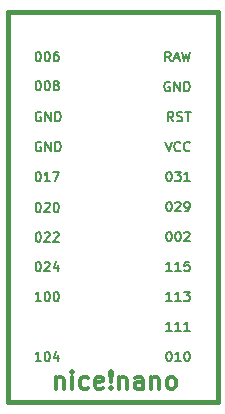
<source format=gbr>
%TF.GenerationSoftware,KiCad,Pcbnew,(5.1.10-1-10_14)*%
%TF.CreationDate,2021-09-29T22:28:47+08:00*%
%TF.ProjectId,k34,6b33342e-6b69-4636-9164-5f7063625858,rev?*%
%TF.SameCoordinates,Original*%
%TF.FileFunction,Legend,Top*%
%TF.FilePolarity,Positive*%
%FSLAX46Y46*%
G04 Gerber Fmt 4.6, Leading zero omitted, Abs format (unit mm)*
G04 Created by KiCad (PCBNEW (5.1.10-1-10_14)) date 2021-09-29 22:28:47*
%MOMM*%
%LPD*%
G01*
G04 APERTURE LIST*
%ADD10C,0.381000*%
%ADD11C,0.150000*%
%ADD12C,0.300000*%
G04 APERTURE END LIST*
D10*
%TO.C,U1*%
X130665149Y-57220000D02*
X130665149Y-59760000D01*
X148445149Y-57220000D02*
X130665149Y-57220000D01*
X148445149Y-59760000D02*
X148445149Y-57220000D01*
X148445149Y-90240000D02*
X148445149Y-59760000D01*
X130665149Y-90240000D02*
X148445149Y-90240000D01*
X130665149Y-59760000D02*
X130665149Y-90240000D01*
D11*
X133217959Y-60591904D02*
X133294149Y-60591904D01*
X133370339Y-60630000D01*
X133408435Y-60668095D01*
X133446530Y-60744285D01*
X133484625Y-60896666D01*
X133484625Y-61087142D01*
X133446530Y-61239523D01*
X133408435Y-61315714D01*
X133370339Y-61353809D01*
X133294149Y-61391904D01*
X133217959Y-61391904D01*
X133141768Y-61353809D01*
X133103673Y-61315714D01*
X133065578Y-61239523D01*
X133027482Y-61087142D01*
X133027482Y-60896666D01*
X133065578Y-60744285D01*
X133103673Y-60668095D01*
X133141768Y-60630000D01*
X133217959Y-60591904D01*
X133979863Y-60591904D02*
X134056054Y-60591904D01*
X134132244Y-60630000D01*
X134170339Y-60668095D01*
X134208435Y-60744285D01*
X134246530Y-60896666D01*
X134246530Y-61087142D01*
X134208435Y-61239523D01*
X134170339Y-61315714D01*
X134132244Y-61353809D01*
X134056054Y-61391904D01*
X133979863Y-61391904D01*
X133903673Y-61353809D01*
X133865578Y-61315714D01*
X133827482Y-61239523D01*
X133789387Y-61087142D01*
X133789387Y-60896666D01*
X133827482Y-60744285D01*
X133865578Y-60668095D01*
X133903673Y-60630000D01*
X133979863Y-60591904D01*
X134932244Y-60591904D02*
X134779863Y-60591904D01*
X134703673Y-60630000D01*
X134665578Y-60668095D01*
X134589387Y-60782380D01*
X134551292Y-60934761D01*
X134551292Y-61239523D01*
X134589387Y-61315714D01*
X134627482Y-61353809D01*
X134703673Y-61391904D01*
X134856054Y-61391904D01*
X134932244Y-61353809D01*
X134970339Y-61315714D01*
X135008435Y-61239523D01*
X135008435Y-61049047D01*
X134970339Y-60972857D01*
X134932244Y-60934761D01*
X134856054Y-60896666D01*
X134703673Y-60896666D01*
X134627482Y-60934761D01*
X134589387Y-60972857D01*
X134551292Y-61049047D01*
X133217959Y-63061904D02*
X133294149Y-63061904D01*
X133370339Y-63100000D01*
X133408435Y-63138095D01*
X133446530Y-63214285D01*
X133484625Y-63366666D01*
X133484625Y-63557142D01*
X133446530Y-63709523D01*
X133408435Y-63785714D01*
X133370339Y-63823809D01*
X133294149Y-63861904D01*
X133217959Y-63861904D01*
X133141768Y-63823809D01*
X133103673Y-63785714D01*
X133065578Y-63709523D01*
X133027482Y-63557142D01*
X133027482Y-63366666D01*
X133065578Y-63214285D01*
X133103673Y-63138095D01*
X133141768Y-63100000D01*
X133217959Y-63061904D01*
X133979863Y-63061904D02*
X134056054Y-63061904D01*
X134132244Y-63100000D01*
X134170339Y-63138095D01*
X134208435Y-63214285D01*
X134246530Y-63366666D01*
X134246530Y-63557142D01*
X134208435Y-63709523D01*
X134170339Y-63785714D01*
X134132244Y-63823809D01*
X134056054Y-63861904D01*
X133979863Y-63861904D01*
X133903673Y-63823809D01*
X133865578Y-63785714D01*
X133827482Y-63709523D01*
X133789387Y-63557142D01*
X133789387Y-63366666D01*
X133827482Y-63214285D01*
X133865578Y-63138095D01*
X133903673Y-63100000D01*
X133979863Y-63061904D01*
X134703673Y-63404761D02*
X134627482Y-63366666D01*
X134589387Y-63328571D01*
X134551292Y-63252380D01*
X134551292Y-63214285D01*
X134589387Y-63138095D01*
X134627482Y-63100000D01*
X134703673Y-63061904D01*
X134856054Y-63061904D01*
X134932244Y-63100000D01*
X134970339Y-63138095D01*
X135008435Y-63214285D01*
X135008435Y-63252380D01*
X134970339Y-63328571D01*
X134932244Y-63366666D01*
X134856054Y-63404761D01*
X134703673Y-63404761D01*
X134627482Y-63442857D01*
X134589387Y-63480952D01*
X134551292Y-63557142D01*
X134551292Y-63709523D01*
X134589387Y-63785714D01*
X134627482Y-63823809D01*
X134703673Y-63861904D01*
X134856054Y-63861904D01*
X134932244Y-63823809D01*
X134970339Y-63785714D01*
X135008435Y-63709523D01*
X135008435Y-63557142D01*
X134970339Y-63480952D01*
X134932244Y-63442857D01*
X134856054Y-63404761D01*
X133217959Y-73361904D02*
X133294149Y-73361904D01*
X133370339Y-73400000D01*
X133408435Y-73438095D01*
X133446530Y-73514285D01*
X133484625Y-73666666D01*
X133484625Y-73857142D01*
X133446530Y-74009523D01*
X133408435Y-74085714D01*
X133370339Y-74123809D01*
X133294149Y-74161904D01*
X133217959Y-74161904D01*
X133141768Y-74123809D01*
X133103673Y-74085714D01*
X133065578Y-74009523D01*
X133027482Y-73857142D01*
X133027482Y-73666666D01*
X133065578Y-73514285D01*
X133103673Y-73438095D01*
X133141768Y-73400000D01*
X133217959Y-73361904D01*
X133789387Y-73438095D02*
X133827482Y-73400000D01*
X133903673Y-73361904D01*
X134094149Y-73361904D01*
X134170339Y-73400000D01*
X134208435Y-73438095D01*
X134246530Y-73514285D01*
X134246530Y-73590476D01*
X134208435Y-73704761D01*
X133751292Y-74161904D01*
X134246530Y-74161904D01*
X134741768Y-73361904D02*
X134817959Y-73361904D01*
X134894149Y-73400000D01*
X134932244Y-73438095D01*
X134970339Y-73514285D01*
X135008435Y-73666666D01*
X135008435Y-73857142D01*
X134970339Y-74009523D01*
X134932244Y-74085714D01*
X134894149Y-74123809D01*
X134817959Y-74161904D01*
X134741768Y-74161904D01*
X134665578Y-74123809D01*
X134627482Y-74085714D01*
X134589387Y-74009523D01*
X134551292Y-73857142D01*
X134551292Y-73666666D01*
X134589387Y-73514285D01*
X134627482Y-73438095D01*
X134665578Y-73400000D01*
X134741768Y-73361904D01*
X133217959Y-70761904D02*
X133294149Y-70761904D01*
X133370339Y-70800000D01*
X133408435Y-70838095D01*
X133446530Y-70914285D01*
X133484625Y-71066666D01*
X133484625Y-71257142D01*
X133446530Y-71409523D01*
X133408435Y-71485714D01*
X133370339Y-71523809D01*
X133294149Y-71561904D01*
X133217959Y-71561904D01*
X133141768Y-71523809D01*
X133103673Y-71485714D01*
X133065578Y-71409523D01*
X133027482Y-71257142D01*
X133027482Y-71066666D01*
X133065578Y-70914285D01*
X133103673Y-70838095D01*
X133141768Y-70800000D01*
X133217959Y-70761904D01*
X134246530Y-71561904D02*
X133789387Y-71561904D01*
X134017959Y-71561904D02*
X134017959Y-70761904D01*
X133941768Y-70876190D01*
X133865578Y-70952380D01*
X133789387Y-70990476D01*
X134513197Y-70761904D02*
X135046530Y-70761904D01*
X134703673Y-71561904D01*
X133484625Y-68250000D02*
X133408434Y-68211904D01*
X133294149Y-68211904D01*
X133179863Y-68250000D01*
X133103672Y-68326190D01*
X133065577Y-68402380D01*
X133027482Y-68554761D01*
X133027482Y-68669047D01*
X133065577Y-68821428D01*
X133103672Y-68897619D01*
X133179863Y-68973809D01*
X133294149Y-69011904D01*
X133370339Y-69011904D01*
X133484625Y-68973809D01*
X133522720Y-68935714D01*
X133522720Y-68669047D01*
X133370339Y-68669047D01*
X133865577Y-69011904D02*
X133865577Y-68211904D01*
X134322720Y-69011904D01*
X134322720Y-68211904D01*
X134703672Y-69011904D02*
X134703672Y-68211904D01*
X134894149Y-68211904D01*
X135008434Y-68250000D01*
X135084625Y-68326190D01*
X135122720Y-68402380D01*
X135160815Y-68554761D01*
X135160815Y-68669047D01*
X135122720Y-68821428D01*
X135084625Y-68897619D01*
X135008434Y-68973809D01*
X134894149Y-69011904D01*
X134703672Y-69011904D01*
X133484625Y-65710000D02*
X133408434Y-65671904D01*
X133294149Y-65671904D01*
X133179863Y-65710000D01*
X133103672Y-65786190D01*
X133065577Y-65862380D01*
X133027482Y-66014761D01*
X133027482Y-66129047D01*
X133065577Y-66281428D01*
X133103672Y-66357619D01*
X133179863Y-66433809D01*
X133294149Y-66471904D01*
X133370339Y-66471904D01*
X133484625Y-66433809D01*
X133522720Y-66395714D01*
X133522720Y-66129047D01*
X133370339Y-66129047D01*
X133865577Y-66471904D02*
X133865577Y-65671904D01*
X134322720Y-66471904D01*
X134322720Y-65671904D01*
X134703672Y-66471904D02*
X134703672Y-65671904D01*
X134894149Y-65671904D01*
X135008434Y-65710000D01*
X135084625Y-65786190D01*
X135122720Y-65862380D01*
X135160815Y-66014761D01*
X135160815Y-66129047D01*
X135122720Y-66281428D01*
X135084625Y-66357619D01*
X135008434Y-66433809D01*
X134894149Y-66471904D01*
X134703672Y-66471904D01*
X133217959Y-75861904D02*
X133294149Y-75861904D01*
X133370339Y-75900000D01*
X133408435Y-75938095D01*
X133446530Y-76014285D01*
X133484625Y-76166666D01*
X133484625Y-76357142D01*
X133446530Y-76509523D01*
X133408435Y-76585714D01*
X133370339Y-76623809D01*
X133294149Y-76661904D01*
X133217959Y-76661904D01*
X133141768Y-76623809D01*
X133103673Y-76585714D01*
X133065578Y-76509523D01*
X133027482Y-76357142D01*
X133027482Y-76166666D01*
X133065578Y-76014285D01*
X133103673Y-75938095D01*
X133141768Y-75900000D01*
X133217959Y-75861904D01*
X133789387Y-75938095D02*
X133827482Y-75900000D01*
X133903673Y-75861904D01*
X134094149Y-75861904D01*
X134170339Y-75900000D01*
X134208435Y-75938095D01*
X134246530Y-76014285D01*
X134246530Y-76090476D01*
X134208435Y-76204761D01*
X133751292Y-76661904D01*
X134246530Y-76661904D01*
X134551292Y-75938095D02*
X134589387Y-75900000D01*
X134665578Y-75861904D01*
X134856054Y-75861904D01*
X134932244Y-75900000D01*
X134970339Y-75938095D01*
X135008435Y-76014285D01*
X135008435Y-76090476D01*
X134970339Y-76204761D01*
X134513197Y-76661904D01*
X135008435Y-76661904D01*
X133217959Y-78371904D02*
X133294149Y-78371904D01*
X133370339Y-78410000D01*
X133408435Y-78448095D01*
X133446530Y-78524285D01*
X133484625Y-78676666D01*
X133484625Y-78867142D01*
X133446530Y-79019523D01*
X133408435Y-79095714D01*
X133370339Y-79133809D01*
X133294149Y-79171904D01*
X133217959Y-79171904D01*
X133141768Y-79133809D01*
X133103673Y-79095714D01*
X133065578Y-79019523D01*
X133027482Y-78867142D01*
X133027482Y-78676666D01*
X133065578Y-78524285D01*
X133103673Y-78448095D01*
X133141768Y-78410000D01*
X133217959Y-78371904D01*
X133789387Y-78448095D02*
X133827482Y-78410000D01*
X133903673Y-78371904D01*
X134094149Y-78371904D01*
X134170339Y-78410000D01*
X134208435Y-78448095D01*
X134246530Y-78524285D01*
X134246530Y-78600476D01*
X134208435Y-78714761D01*
X133751292Y-79171904D01*
X134246530Y-79171904D01*
X134932244Y-78638571D02*
X134932244Y-79171904D01*
X134741768Y-78333809D02*
X134551292Y-78905238D01*
X135046530Y-78905238D01*
X133484625Y-81711904D02*
X133027482Y-81711904D01*
X133256054Y-81711904D02*
X133256054Y-80911904D01*
X133179863Y-81026190D01*
X133103673Y-81102380D01*
X133027482Y-81140476D01*
X133979863Y-80911904D02*
X134056054Y-80911904D01*
X134132244Y-80950000D01*
X134170339Y-80988095D01*
X134208435Y-81064285D01*
X134246530Y-81216666D01*
X134246530Y-81407142D01*
X134208435Y-81559523D01*
X134170339Y-81635714D01*
X134132244Y-81673809D01*
X134056054Y-81711904D01*
X133979863Y-81711904D01*
X133903673Y-81673809D01*
X133865578Y-81635714D01*
X133827482Y-81559523D01*
X133789387Y-81407142D01*
X133789387Y-81216666D01*
X133827482Y-81064285D01*
X133865578Y-80988095D01*
X133903673Y-80950000D01*
X133979863Y-80911904D01*
X134741768Y-80911904D02*
X134817959Y-80911904D01*
X134894149Y-80950000D01*
X134932244Y-80988095D01*
X134970339Y-81064285D01*
X135008435Y-81216666D01*
X135008435Y-81407142D01*
X134970339Y-81559523D01*
X134932244Y-81635714D01*
X134894149Y-81673809D01*
X134817959Y-81711904D01*
X134741768Y-81711904D01*
X134665578Y-81673809D01*
X134627482Y-81635714D01*
X134589387Y-81559523D01*
X134551292Y-81407142D01*
X134551292Y-81216666D01*
X134589387Y-81064285D01*
X134627482Y-80988095D01*
X134665578Y-80950000D01*
X134741768Y-80911904D01*
X133484625Y-86791904D02*
X133027482Y-86791904D01*
X133256054Y-86791904D02*
X133256054Y-85991904D01*
X133179863Y-86106190D01*
X133103673Y-86182380D01*
X133027482Y-86220476D01*
X133979863Y-85991904D02*
X134056054Y-85991904D01*
X134132244Y-86030000D01*
X134170339Y-86068095D01*
X134208435Y-86144285D01*
X134246530Y-86296666D01*
X134246530Y-86487142D01*
X134208435Y-86639523D01*
X134170339Y-86715714D01*
X134132244Y-86753809D01*
X134056054Y-86791904D01*
X133979863Y-86791904D01*
X133903673Y-86753809D01*
X133865578Y-86715714D01*
X133827482Y-86639523D01*
X133789387Y-86487142D01*
X133789387Y-86296666D01*
X133827482Y-86144285D01*
X133865578Y-86068095D01*
X133903673Y-86030000D01*
X133979863Y-85991904D01*
X134932244Y-86258571D02*
X134932244Y-86791904D01*
X134741768Y-85953809D02*
X134551292Y-86525238D01*
X135046530Y-86525238D01*
X144559006Y-84251904D02*
X144101863Y-84251904D01*
X144330435Y-84251904D02*
X144330435Y-83451904D01*
X144254244Y-83566190D01*
X144178054Y-83642380D01*
X144101863Y-83680476D01*
X145320911Y-84251904D02*
X144863768Y-84251904D01*
X145092340Y-84251904D02*
X145092340Y-83451904D01*
X145016149Y-83566190D01*
X144939959Y-83642380D01*
X144863768Y-83680476D01*
X146082816Y-84251904D02*
X145625673Y-84251904D01*
X145854244Y-84251904D02*
X145854244Y-83451904D01*
X145778054Y-83566190D01*
X145701863Y-83642380D01*
X145625673Y-83680476D01*
X144559006Y-81711904D02*
X144101863Y-81711904D01*
X144330435Y-81711904D02*
X144330435Y-80911904D01*
X144254244Y-81026190D01*
X144178054Y-81102380D01*
X144101863Y-81140476D01*
X145320911Y-81711904D02*
X144863768Y-81711904D01*
X145092340Y-81711904D02*
X145092340Y-80911904D01*
X145016149Y-81026190D01*
X144939959Y-81102380D01*
X144863768Y-81140476D01*
X145587578Y-80911904D02*
X146082816Y-80911904D01*
X145816149Y-81216666D01*
X145930435Y-81216666D01*
X146006625Y-81254761D01*
X146044720Y-81292857D01*
X146082816Y-81369047D01*
X146082816Y-81559523D01*
X146044720Y-81635714D01*
X146006625Y-81673809D01*
X145930435Y-81711904D01*
X145701863Y-81711904D01*
X145625673Y-81673809D01*
X145587578Y-81635714D01*
X144292340Y-70751904D02*
X144368530Y-70751904D01*
X144444720Y-70790000D01*
X144482816Y-70828095D01*
X144520911Y-70904285D01*
X144559006Y-71056666D01*
X144559006Y-71247142D01*
X144520911Y-71399523D01*
X144482816Y-71475714D01*
X144444720Y-71513809D01*
X144368530Y-71551904D01*
X144292340Y-71551904D01*
X144216149Y-71513809D01*
X144178054Y-71475714D01*
X144139959Y-71399523D01*
X144101863Y-71247142D01*
X144101863Y-71056666D01*
X144139959Y-70904285D01*
X144178054Y-70828095D01*
X144216149Y-70790000D01*
X144292340Y-70751904D01*
X144825673Y-70751904D02*
X145320911Y-70751904D01*
X145054244Y-71056666D01*
X145168530Y-71056666D01*
X145244720Y-71094761D01*
X145282816Y-71132857D01*
X145320911Y-71209047D01*
X145320911Y-71399523D01*
X145282816Y-71475714D01*
X145244720Y-71513809D01*
X145168530Y-71551904D01*
X144939959Y-71551904D01*
X144863768Y-71513809D01*
X144825673Y-71475714D01*
X146082816Y-71551904D02*
X145625673Y-71551904D01*
X145854244Y-71551904D02*
X145854244Y-70751904D01*
X145778054Y-70866190D01*
X145701863Y-70942380D01*
X145625673Y-70980476D01*
X144025673Y-68211904D02*
X144292340Y-69011904D01*
X144559006Y-68211904D01*
X145282816Y-68935714D02*
X145244720Y-68973809D01*
X145130435Y-69011904D01*
X145054244Y-69011904D01*
X144939959Y-68973809D01*
X144863768Y-68897619D01*
X144825673Y-68821428D01*
X144787578Y-68669047D01*
X144787578Y-68554761D01*
X144825673Y-68402380D01*
X144863768Y-68326190D01*
X144939959Y-68250000D01*
X145054244Y-68211904D01*
X145130435Y-68211904D01*
X145244720Y-68250000D01*
X145282816Y-68288095D01*
X146082816Y-68935714D02*
X146044720Y-68973809D01*
X145930435Y-69011904D01*
X145854244Y-69011904D01*
X145739959Y-68973809D01*
X145663768Y-68897619D01*
X145625673Y-68821428D01*
X145587578Y-68669047D01*
X145587578Y-68554761D01*
X145625673Y-68402380D01*
X145663768Y-68326190D01*
X145739959Y-68250000D01*
X145854244Y-68211904D01*
X145930435Y-68211904D01*
X146044720Y-68250000D01*
X146082816Y-68288095D01*
X144705053Y-66471904D02*
X144438387Y-66090952D01*
X144247910Y-66471904D02*
X144247910Y-65671904D01*
X144552672Y-65671904D01*
X144628863Y-65710000D01*
X144666958Y-65748095D01*
X144705053Y-65824285D01*
X144705053Y-65938571D01*
X144666958Y-66014761D01*
X144628863Y-66052857D01*
X144552672Y-66090952D01*
X144247910Y-66090952D01*
X145009815Y-66433809D02*
X145124101Y-66471904D01*
X145314577Y-66471904D01*
X145390768Y-66433809D01*
X145428863Y-66395714D01*
X145466958Y-66319523D01*
X145466958Y-66243333D01*
X145428863Y-66167142D01*
X145390768Y-66129047D01*
X145314577Y-66090952D01*
X145162196Y-66052857D01*
X145086006Y-66014761D01*
X145047910Y-65976666D01*
X145009815Y-65900476D01*
X145009815Y-65824285D01*
X145047910Y-65748095D01*
X145086006Y-65710000D01*
X145162196Y-65671904D01*
X145352672Y-65671904D01*
X145466958Y-65710000D01*
X145695529Y-65671904D02*
X146152672Y-65671904D01*
X145924101Y-66471904D02*
X145924101Y-65671904D01*
X144400292Y-63170000D02*
X144324101Y-63131904D01*
X144209816Y-63131904D01*
X144095530Y-63170000D01*
X144019339Y-63246190D01*
X143981244Y-63322380D01*
X143943149Y-63474761D01*
X143943149Y-63589047D01*
X143981244Y-63741428D01*
X144019339Y-63817619D01*
X144095530Y-63893809D01*
X144209816Y-63931904D01*
X144286006Y-63931904D01*
X144400292Y-63893809D01*
X144438387Y-63855714D01*
X144438387Y-63589047D01*
X144286006Y-63589047D01*
X144781244Y-63931904D02*
X144781244Y-63131904D01*
X145238387Y-63931904D01*
X145238387Y-63131904D01*
X145619339Y-63931904D02*
X145619339Y-63131904D01*
X145809816Y-63131904D01*
X145924101Y-63170000D01*
X146000292Y-63246190D01*
X146038387Y-63322380D01*
X146076482Y-63474761D01*
X146076482Y-63589047D01*
X146038387Y-63741428D01*
X146000292Y-63817619D01*
X145924101Y-63893809D01*
X145809816Y-63931904D01*
X145619339Y-63931904D01*
X144476483Y-61391904D02*
X144209816Y-61010952D01*
X144019340Y-61391904D02*
X144019340Y-60591904D01*
X144324102Y-60591904D01*
X144400292Y-60630000D01*
X144438387Y-60668095D01*
X144476483Y-60744285D01*
X144476483Y-60858571D01*
X144438387Y-60934761D01*
X144400292Y-60972857D01*
X144324102Y-61010952D01*
X144019340Y-61010952D01*
X144781244Y-61163333D02*
X145162197Y-61163333D01*
X144705054Y-61391904D02*
X144971721Y-60591904D01*
X145238387Y-61391904D01*
X145428864Y-60591904D02*
X145619340Y-61391904D01*
X145771721Y-60820476D01*
X145924102Y-61391904D01*
X146114578Y-60591904D01*
X144292340Y-73291904D02*
X144368530Y-73291904D01*
X144444720Y-73330000D01*
X144482816Y-73368095D01*
X144520911Y-73444285D01*
X144559006Y-73596666D01*
X144559006Y-73787142D01*
X144520911Y-73939523D01*
X144482816Y-74015714D01*
X144444720Y-74053809D01*
X144368530Y-74091904D01*
X144292340Y-74091904D01*
X144216149Y-74053809D01*
X144178054Y-74015714D01*
X144139959Y-73939523D01*
X144101863Y-73787142D01*
X144101863Y-73596666D01*
X144139959Y-73444285D01*
X144178054Y-73368095D01*
X144216149Y-73330000D01*
X144292340Y-73291904D01*
X144863768Y-73368095D02*
X144901863Y-73330000D01*
X144978054Y-73291904D01*
X145168530Y-73291904D01*
X145244720Y-73330000D01*
X145282816Y-73368095D01*
X145320911Y-73444285D01*
X145320911Y-73520476D01*
X145282816Y-73634761D01*
X144825673Y-74091904D01*
X145320911Y-74091904D01*
X145701863Y-74091904D02*
X145854244Y-74091904D01*
X145930435Y-74053809D01*
X145968530Y-74015714D01*
X146044720Y-73901428D01*
X146082816Y-73749047D01*
X146082816Y-73444285D01*
X146044720Y-73368095D01*
X146006625Y-73330000D01*
X145930435Y-73291904D01*
X145778054Y-73291904D01*
X145701863Y-73330000D01*
X145663768Y-73368095D01*
X145625673Y-73444285D01*
X145625673Y-73634761D01*
X145663768Y-73710952D01*
X145701863Y-73749047D01*
X145778054Y-73787142D01*
X145930435Y-73787142D01*
X146006625Y-73749047D01*
X146044720Y-73710952D01*
X146082816Y-73634761D01*
X144292340Y-75831904D02*
X144368530Y-75831904D01*
X144444720Y-75870000D01*
X144482816Y-75908095D01*
X144520911Y-75984285D01*
X144559006Y-76136666D01*
X144559006Y-76327142D01*
X144520911Y-76479523D01*
X144482816Y-76555714D01*
X144444720Y-76593809D01*
X144368530Y-76631904D01*
X144292340Y-76631904D01*
X144216149Y-76593809D01*
X144178054Y-76555714D01*
X144139959Y-76479523D01*
X144101863Y-76327142D01*
X144101863Y-76136666D01*
X144139959Y-75984285D01*
X144178054Y-75908095D01*
X144216149Y-75870000D01*
X144292340Y-75831904D01*
X145054244Y-75831904D02*
X145130435Y-75831904D01*
X145206625Y-75870000D01*
X145244720Y-75908095D01*
X145282816Y-75984285D01*
X145320911Y-76136666D01*
X145320911Y-76327142D01*
X145282816Y-76479523D01*
X145244720Y-76555714D01*
X145206625Y-76593809D01*
X145130435Y-76631904D01*
X145054244Y-76631904D01*
X144978054Y-76593809D01*
X144939959Y-76555714D01*
X144901863Y-76479523D01*
X144863768Y-76327142D01*
X144863768Y-76136666D01*
X144901863Y-75984285D01*
X144939959Y-75908095D01*
X144978054Y-75870000D01*
X145054244Y-75831904D01*
X145625673Y-75908095D02*
X145663768Y-75870000D01*
X145739959Y-75831904D01*
X145930435Y-75831904D01*
X146006625Y-75870000D01*
X146044720Y-75908095D01*
X146082816Y-75984285D01*
X146082816Y-76060476D01*
X146044720Y-76174761D01*
X145587578Y-76631904D01*
X146082816Y-76631904D01*
X144559006Y-79171904D02*
X144101863Y-79171904D01*
X144330435Y-79171904D02*
X144330435Y-78371904D01*
X144254244Y-78486190D01*
X144178054Y-78562380D01*
X144101863Y-78600476D01*
X145320911Y-79171904D02*
X144863768Y-79171904D01*
X145092340Y-79171904D02*
X145092340Y-78371904D01*
X145016149Y-78486190D01*
X144939959Y-78562380D01*
X144863768Y-78600476D01*
X146044720Y-78371904D02*
X145663768Y-78371904D01*
X145625673Y-78752857D01*
X145663768Y-78714761D01*
X145739959Y-78676666D01*
X145930435Y-78676666D01*
X146006625Y-78714761D01*
X146044720Y-78752857D01*
X146082816Y-78829047D01*
X146082816Y-79019523D01*
X146044720Y-79095714D01*
X146006625Y-79133809D01*
X145930435Y-79171904D01*
X145739959Y-79171904D01*
X145663768Y-79133809D01*
X145625673Y-79095714D01*
X144292340Y-85991904D02*
X144368530Y-85991904D01*
X144444720Y-86030000D01*
X144482816Y-86068095D01*
X144520911Y-86144285D01*
X144559006Y-86296666D01*
X144559006Y-86487142D01*
X144520911Y-86639523D01*
X144482816Y-86715714D01*
X144444720Y-86753809D01*
X144368530Y-86791904D01*
X144292340Y-86791904D01*
X144216149Y-86753809D01*
X144178054Y-86715714D01*
X144139959Y-86639523D01*
X144101863Y-86487142D01*
X144101863Y-86296666D01*
X144139959Y-86144285D01*
X144178054Y-86068095D01*
X144216149Y-86030000D01*
X144292340Y-85991904D01*
X145320911Y-86791904D02*
X144863768Y-86791904D01*
X145092340Y-86791904D02*
X145092340Y-85991904D01*
X145016149Y-86106190D01*
X144939959Y-86182380D01*
X144863768Y-86220476D01*
X145816149Y-85991904D02*
X145892340Y-85991904D01*
X145968530Y-86030000D01*
X146006625Y-86068095D01*
X146044720Y-86144285D01*
X146082816Y-86296666D01*
X146082816Y-86487142D01*
X146044720Y-86639523D01*
X146006625Y-86715714D01*
X145968530Y-86753809D01*
X145892340Y-86791904D01*
X145816149Y-86791904D01*
X145739959Y-86753809D01*
X145701863Y-86715714D01*
X145663768Y-86639523D01*
X145625673Y-86487142D01*
X145625673Y-86296666D01*
X145663768Y-86144285D01*
X145701863Y-86068095D01*
X145739959Y-86030000D01*
X145816149Y-85991904D01*
D12*
X134773434Y-88140571D02*
X134773434Y-89140571D01*
X134773434Y-88283428D02*
X134844863Y-88212000D01*
X134987720Y-88140571D01*
X135202006Y-88140571D01*
X135344863Y-88212000D01*
X135416291Y-88354857D01*
X135416291Y-89140571D01*
X136130577Y-89140571D02*
X136130577Y-88140571D01*
X136130577Y-87640571D02*
X136059149Y-87712000D01*
X136130577Y-87783428D01*
X136202006Y-87712000D01*
X136130577Y-87640571D01*
X136130577Y-87783428D01*
X137487720Y-89069142D02*
X137344863Y-89140571D01*
X137059149Y-89140571D01*
X136916291Y-89069142D01*
X136844863Y-88997714D01*
X136773434Y-88854857D01*
X136773434Y-88426285D01*
X136844863Y-88283428D01*
X136916291Y-88212000D01*
X137059149Y-88140571D01*
X137344863Y-88140571D01*
X137487720Y-88212000D01*
X138702006Y-89069142D02*
X138559149Y-89140571D01*
X138273434Y-89140571D01*
X138130577Y-89069142D01*
X138059149Y-88926285D01*
X138059149Y-88354857D01*
X138130577Y-88212000D01*
X138273434Y-88140571D01*
X138559149Y-88140571D01*
X138702006Y-88212000D01*
X138773434Y-88354857D01*
X138773434Y-88497714D01*
X138059149Y-88640571D01*
X139416291Y-88997714D02*
X139487720Y-89069142D01*
X139416291Y-89140571D01*
X139344863Y-89069142D01*
X139416291Y-88997714D01*
X139416291Y-89140571D01*
X139416291Y-88569142D02*
X139344863Y-87712000D01*
X139416291Y-87640571D01*
X139487720Y-87712000D01*
X139416291Y-88569142D01*
X139416291Y-87640571D01*
X140130577Y-88140571D02*
X140130577Y-89140571D01*
X140130577Y-88283428D02*
X140202006Y-88212000D01*
X140344863Y-88140571D01*
X140559149Y-88140571D01*
X140702006Y-88212000D01*
X140773434Y-88354857D01*
X140773434Y-89140571D01*
X142130577Y-89140571D02*
X142130577Y-88354857D01*
X142059149Y-88212000D01*
X141916291Y-88140571D01*
X141630577Y-88140571D01*
X141487720Y-88212000D01*
X142130577Y-89069142D02*
X141987720Y-89140571D01*
X141630577Y-89140571D01*
X141487720Y-89069142D01*
X141416291Y-88926285D01*
X141416291Y-88783428D01*
X141487720Y-88640571D01*
X141630577Y-88569142D01*
X141987720Y-88569142D01*
X142130577Y-88497714D01*
X142844863Y-88140571D02*
X142844863Y-89140571D01*
X142844863Y-88283428D02*
X142916291Y-88212000D01*
X143059149Y-88140571D01*
X143273434Y-88140571D01*
X143416291Y-88212000D01*
X143487720Y-88354857D01*
X143487720Y-89140571D01*
X144416291Y-89140571D02*
X144273434Y-89069142D01*
X144202006Y-88997714D01*
X144130577Y-88854857D01*
X144130577Y-88426285D01*
X144202006Y-88283428D01*
X144273434Y-88212000D01*
X144416291Y-88140571D01*
X144630577Y-88140571D01*
X144773434Y-88212000D01*
X144844863Y-88283428D01*
X144916291Y-88426285D01*
X144916291Y-88854857D01*
X144844863Y-88997714D01*
X144773434Y-89069142D01*
X144630577Y-89140571D01*
X144416291Y-89140571D01*
%TD*%
M02*

</source>
